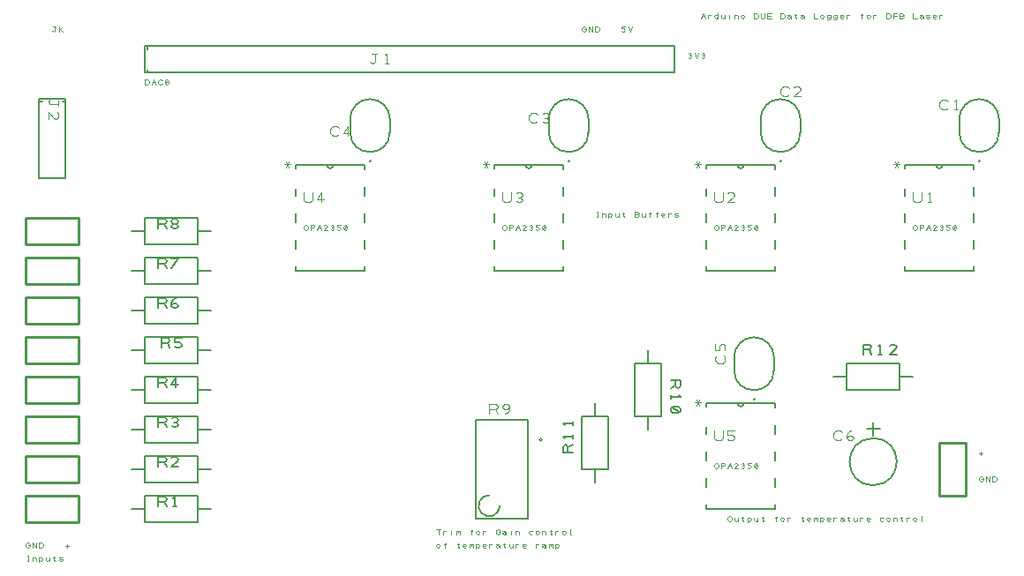
<source format=gto>
%FSLAX23Y23*%
%MOIN*%
G04 EasyPC Gerber Version 18.0.6 Build 3620 *
%ADD10C,0.00100*%
%ADD12C,0.00300*%
%ADD14C,0.00500*%
%ADD11C,0.00600*%
%ADD13C,0.01000*%
X0Y0D02*
D02*
D10*
X239Y55D02*
X245D01*
X242D02*
Y74D01*
X239D02*
X245D01*
X259Y55D02*
Y67D01*
Y63D02*
X261Y66D01*
X264Y67*
X267*
X270Y66*
X272Y63*
Y55*
X284Y67D02*
Y50D01*
Y60D02*
X286Y56D01*
X289Y55*
X292*
X295Y56*
X297Y60*
Y63*
X295Y66*
X292Y67*
X289*
X286Y66*
X284Y63*
Y60*
X309Y67D02*
Y60D01*
X311Y56*
X314Y55*
X317*
X320Y56*
X322Y60*
Y67D02*
Y55D01*
X338Y67D02*
X344D01*
X341Y70D02*
Y56D01*
X342Y55*
X344*
X345Y56*
X359D02*
X363Y55D01*
X369*
X372Y56*
Y60*
X369Y61*
X363*
X359Y63*
Y66*
X363Y67*
X369*
X372Y66*
X245Y113D02*
X250D01*
Y111*
X248Y108*
X247Y106*
X244Y105*
X241*
X238Y106*
X236Y108*
X234Y111*
Y117*
X236Y120*
X238Y122*
X241Y124*
X244*
X247Y122*
X248Y120*
X250Y117*
X259Y105D02*
Y124D01*
X275Y105*
Y124*
X284Y105D02*
Y124D01*
X294*
X297Y122*
X298Y120*
X300Y117*
Y111*
X298Y108*
X297Y106*
X294Y105*
X284*
X334Y2058D02*
X336Y2056D01*
X339Y2055*
X342Y2056*
X344Y2058*
Y2074*
X347*
X344D02*
X338D01*
X359Y2055D02*
Y2074D01*
Y2064D02*
X364D01*
X375Y2074*
X364Y2064D02*
X375Y2055D01*
X384Y111D02*
X397D01*
X391Y105D02*
Y117D01*
X684Y1855D02*
Y1874D01*
X694*
X697Y1872*
X698Y1870*
X700Y1867*
Y1861*
X698Y1858*
X697Y1856*
X694Y1855*
X684*
X709D02*
X717Y1874D01*
X725Y1855*
X713Y1863D02*
X722D01*
X750Y1858D02*
X748Y1856D01*
X745Y1855*
X741*
X738Y1856*
X736Y1858*
X734Y1861*
Y1867*
X736Y1870*
X738Y1872*
X741Y1874*
X745*
X748Y1872*
X750Y1870*
X761Y1856D02*
X764Y1855D01*
X767*
X770Y1856*
X772Y1860*
Y1869*
X770Y1872*
X767Y1874*
X764*
X761Y1872*
X759Y1869*
Y1860*
X761Y1856*
X770Y1872*
X1284Y1311D02*
Y1317D01*
X1286Y1320*
X1288Y1322*
X1291Y1324*
X1294*
X1297Y1322*
X1298Y1320*
X1300Y1317*
Y1311*
X1298Y1308*
X1297Y1306*
X1294Y1305*
X1291*
X1288Y1306*
X1286Y1308*
X1284Y1311*
X1309Y1305D02*
Y1324D01*
X1320*
X1323Y1322*
X1325Y1319*
X1323Y1316*
X1320Y1314*
X1309*
X1334Y1305D02*
X1342Y1324D01*
X1350Y1305*
X1338Y1313D02*
X1347D01*
X1372Y1305D02*
X1359D01*
X1370Y1316*
X1372Y1319*
X1370Y1322*
X1367Y1324*
X1363*
X1359Y1322*
X1386Y1306D02*
X1389Y1305D01*
X1392*
X1395Y1306*
X1397Y1310*
X1395Y1313*
X1392Y1314*
X1389*
X1392D02*
X1395Y1316D01*
X1397Y1319*
X1395Y1322*
X1392Y1324*
X1389*
X1386Y1322*
X1409Y1306D02*
X1413Y1305D01*
X1417*
X1420Y1306*
X1422Y1310*
Y1311*
X1420Y1314*
X1417Y1316*
X1409*
Y1324*
X1422*
X1436Y1306D02*
X1439Y1305D01*
X1442*
X1445Y1306*
X1447Y1310*
Y1319*
X1445Y1322*
X1442Y1324*
X1439*
X1436Y1322*
X1434Y1319*
Y1310*
X1436Y1306*
X1445Y1322*
X1784Y110D02*
X1786Y106D01*
X1789Y105*
X1792*
X1795Y106*
X1797Y110*
Y113*
X1795Y116*
X1792Y117*
X1789*
X1786Y116*
X1784Y113*
Y110*
X1816Y105D02*
Y120D01*
X1817Y122*
X1819*
X1820Y120*
X1813Y116D02*
X1819D01*
X1863Y117D02*
X1869D01*
X1866Y120D02*
Y106D01*
X1867Y105*
X1869*
X1870Y106*
X1897D02*
X1895Y105D01*
X1892*
X1889*
X1886Y106*
X1884Y110*
Y114*
X1886Y116*
X1889Y117*
X1892*
X1895Y116*
X1897Y114*
Y113*
X1895Y111*
X1892Y110*
X1889*
X1886Y111*
X1884Y113*
X1909Y105D02*
Y117D01*
Y116D02*
X1911Y117D01*
X1914*
X1916Y116*
Y111*
Y116D02*
X1917Y117D01*
X1920*
X1922Y116*
Y105*
X1934Y117D02*
Y100D01*
Y110D02*
X1936Y106D01*
X1939Y105*
X1942*
X1945Y106*
X1947Y110*
Y113*
X1945Y116*
X1942Y117*
X1939*
X1936Y116*
X1934Y113*
Y110*
X1972Y106D02*
X1970Y105D01*
X1967*
X1964*
X1961Y106*
X1959Y110*
Y114*
X1961Y116*
X1964Y117*
X1967*
X1970Y116*
X1972Y114*
Y113*
X1970Y111*
X1967Y110*
X1964*
X1961Y111*
X1959Y113*
X1984Y105D02*
Y117D01*
Y113D02*
X1986Y116D01*
X1989Y117*
X1992*
X1995Y116*
X2009D02*
X2013Y117D01*
X2017*
X2020Y116*
X2022Y113*
Y108*
X2020Y106*
X2017Y105*
X2014*
X2011Y106*
X2009Y108*
Y110*
X2011Y111*
X2014Y113*
X2017*
X2020Y111*
X2022Y110*
Y108D02*
Y105D01*
X2038Y117D02*
X2044D01*
X2041Y120D02*
Y106D01*
X2042Y105*
X2044*
X2045Y106*
X2059Y117D02*
Y110D01*
X2061Y106*
X2064Y105*
X2067*
X2070Y106*
X2072Y110*
Y117D02*
Y105D01*
X2084D02*
Y117D01*
Y113D02*
X2086Y116D01*
X2089Y117*
X2092*
X2095Y116*
X2122Y106D02*
X2120Y105D01*
X2117*
X2114*
X2111Y106*
X2109Y110*
Y114*
X2111Y116*
X2114Y117*
X2117*
X2120Y116*
X2122Y114*
Y113*
X2120Y111*
X2117Y110*
X2114*
X2111Y111*
X2109Y113*
X2159Y105D02*
Y117D01*
Y113D02*
X2161Y116D01*
X2164Y117*
X2167*
X2170Y116*
X2184D02*
X2188Y117D01*
X2192*
X2195Y116*
X2197Y113*
Y108*
X2195Y106*
X2192Y105*
X2189*
X2186Y106*
X2184Y108*
Y110*
X2186Y111*
X2189Y113*
X2192*
X2195Y111*
X2197Y110*
Y108D02*
Y105D01*
X2209D02*
Y117D01*
Y116D02*
X2211Y117D01*
X2214*
X2216Y116*
Y111*
Y116D02*
X2217Y117D01*
X2220*
X2222Y116*
Y105*
X2234Y117D02*
Y100D01*
Y110D02*
X2236Y106D01*
X2239Y105*
X2242*
X2245Y106*
X2247Y110*
Y113*
X2245Y116*
X2242Y117*
X2239*
X2236Y116*
X2234Y113*
Y110*
X1792Y155D02*
Y174D01*
X1784D02*
X1800D01*
X1809Y155D02*
Y167D01*
Y163D02*
X1811Y166D01*
X1814Y167*
X1817*
X1820Y166*
X1841Y155D02*
Y167D01*
Y172D02*
X1859Y155*
Y167D01*
Y166D02*
X1861Y167D01*
X1864*
X1866Y166*
Y161*
Y166D02*
X1867Y167D01*
X1870*
X1872Y166*
Y155*
X1916D02*
Y170D01*
X1917Y172*
X1919*
X1920Y170*
X1913Y166D02*
X1919D01*
X1934Y160D02*
X1936Y156D01*
X1939Y155*
X1942*
X1945Y156*
X1947Y160*
Y163*
X1945Y166*
X1942Y167*
X1939*
X1936Y166*
X1934Y163*
Y160*
X1959Y155D02*
Y167D01*
Y163D02*
X1961Y166D01*
X1964Y167*
X1967*
X1970Y166*
X2020Y163D02*
X2025D01*
Y161*
X2023Y158*
X2022Y156*
X2019Y155*
X2016*
X2013Y156*
X2011Y158*
X2009Y161*
Y167*
X2011Y170*
X2013Y172*
X2016Y174*
X2019*
X2022Y172*
X2023Y170*
X2025Y167*
X2034Y166D02*
X2038Y167D01*
X2042*
X2045Y166*
X2047Y163*
Y158*
X2045Y156*
X2042Y155*
X2039*
X2036Y156*
X2034Y158*
Y160*
X2036Y161*
X2039Y163*
X2042*
X2045Y161*
X2047Y160*
Y158D02*
Y155D01*
X2066D02*
Y167D01*
Y172D02*
X2084Y155*
Y167D01*
Y163D02*
X2086Y166D01*
X2089Y167*
X2092*
X2095Y166*
X2097Y163*
Y155*
X2147Y166D02*
X2144Y167D01*
X2139*
X2136Y166*
X2134Y163*
Y160*
X2136Y156*
X2139Y155*
X2144*
X2147Y156*
X2159Y160D02*
X2161Y156D01*
X2164Y155*
X2167*
X2170Y156*
X2172Y160*
Y163*
X2170Y166*
X2167Y167*
X2164*
X2161Y166*
X2159Y163*
Y160*
X2184Y155D02*
Y167D01*
Y163D02*
X2186Y166D01*
X2189Y167*
X2192*
X2195Y166*
X2197Y163*
Y155*
X2213Y167D02*
X2219D01*
X2216Y170D02*
Y156D01*
X2217Y155*
X2219*
X2220Y156*
X2234Y155D02*
Y167D01*
Y163D02*
X2236Y166D01*
X2239Y167*
X2242*
X2245Y166*
X2259Y160D02*
X2261Y156D01*
X2264Y155*
X2267*
X2270Y156*
X2272Y160*
Y163*
X2270Y166*
X2267Y167*
X2264*
X2261Y166*
X2259Y163*
Y160*
X2292Y155D02*
X2291D01*
Y174*
X2034Y1311D02*
Y1317D01*
X2036Y1320*
X2038Y1322*
X2041Y1324*
X2044*
X2047Y1322*
X2048Y1320*
X2050Y1317*
Y1311*
X2048Y1308*
X2047Y1306*
X2044Y1305*
X2041*
X2038Y1306*
X2036Y1308*
X2034Y1311*
X2059Y1305D02*
Y1324D01*
X2070*
X2073Y1322*
X2075Y1319*
X2073Y1316*
X2070Y1314*
X2059*
X2084Y1305D02*
X2092Y1324D01*
X2100Y1305*
X2088Y1313D02*
X2097D01*
X2122Y1305D02*
X2109D01*
X2120Y1316*
X2122Y1319*
X2120Y1322*
X2117Y1324*
X2113*
X2109Y1322*
X2136Y1306D02*
X2139Y1305D01*
X2142*
X2145Y1306*
X2147Y1310*
X2145Y1313*
X2142Y1314*
X2139*
X2142D02*
X2145Y1316D01*
X2147Y1319*
X2145Y1322*
X2142Y1324*
X2139*
X2136Y1322*
X2159Y1306D02*
X2163Y1305D01*
X2167*
X2170Y1306*
X2172Y1310*
Y1311*
X2170Y1314*
X2167Y1316*
X2159*
Y1324*
X2172*
X2186Y1306D02*
X2189Y1305D01*
X2192*
X2195Y1306*
X2197Y1310*
Y1319*
X2195Y1322*
X2192Y1324*
X2189*
X2186Y1322*
X2184Y1319*
Y1310*
X2186Y1306*
X2195Y1322*
X2345Y2063D02*
X2350D01*
Y2061*
X2348Y2058*
X2347Y2056*
X2344Y2055*
X2341*
X2338Y2056*
X2336Y2058*
X2334Y2061*
Y2067*
X2336Y2070*
X2338Y2072*
X2341Y2074*
X2344*
X2347Y2072*
X2348Y2070*
X2350Y2067*
X2359Y2055D02*
Y2074D01*
X2375Y2055*
Y2074*
X2384Y2055D02*
Y2074D01*
X2394*
X2397Y2072*
X2398Y2070*
X2400Y2067*
Y2061*
X2398Y2058*
X2397Y2056*
X2394Y2055*
X2384*
X2389Y1355D02*
X2395D01*
X2392D02*
Y1374D01*
X2389D02*
X2395D01*
X2409Y1355D02*
Y1367D01*
Y1363D02*
X2411Y1366D01*
X2414Y1367*
X2417*
X2420Y1366*
X2422Y1363*
Y1355*
X2434Y1367D02*
Y1350D01*
Y1360D02*
X2436Y1356D01*
X2439Y1355*
X2442*
X2445Y1356*
X2447Y1360*
Y1363*
X2445Y1366*
X2442Y1367*
X2439*
X2436Y1366*
X2434Y1363*
Y1360*
X2459Y1367D02*
Y1360D01*
X2461Y1356*
X2464Y1355*
X2467*
X2470Y1356*
X2472Y1360*
Y1367D02*
Y1355D01*
X2488Y1367D02*
X2494D01*
X2491Y1370D02*
Y1356D01*
X2492Y1355*
X2494*
X2495Y1356*
X2545Y1364D02*
X2548Y1363D01*
X2550Y1360*
X2548Y1356*
X2545Y1355*
X2534*
Y1374*
X2545*
X2548Y1372*
X2550Y1369*
X2548Y1366*
X2545Y1364*
X2534*
X2559Y1367D02*
Y1360D01*
X2561Y1356*
X2564Y1355*
X2567*
X2570Y1356*
X2572Y1360*
Y1367D02*
Y1355D01*
X2591D02*
Y1370D01*
X2592Y1372*
X2594*
X2595Y1370*
X2588Y1366D02*
X2594D01*
X2616Y1355D02*
Y1370D01*
X2617Y1372*
X2619*
X2620Y1370*
X2613Y1366D02*
X2619D01*
X2647Y1356D02*
X2645Y1355D01*
X2642*
X2639*
X2636Y1356*
X2634Y1360*
Y1364*
X2636Y1366*
X2639Y1367*
X2642*
X2645Y1366*
X2647Y1364*
Y1363*
X2645Y1361*
X2642Y1360*
X2639*
X2636Y1361*
X2634Y1363*
X2659Y1355D02*
Y1367D01*
Y1363D02*
X2661Y1366D01*
X2664Y1367*
X2667*
X2670Y1366*
X2684Y1356D02*
X2688Y1355D01*
X2694*
X2697Y1356*
Y1360*
X2694Y1361*
X2688*
X2684Y1363*
Y1366*
X2688Y1367*
X2694*
X2697Y1366*
X2484Y2056D02*
X2488Y2055D01*
X2492*
X2495Y2056*
X2497Y2060*
Y2061*
X2495Y2064*
X2492Y2066*
X2484*
Y2074*
X2497*
X2509D02*
X2517Y2055D01*
X2525Y2074*
X2736Y1956D02*
X2739Y1955D01*
X2742*
X2745Y1956*
X2747Y1960*
X2745Y1963*
X2742Y1964*
X2739*
X2742D02*
X2745Y1966D01*
X2747Y1969*
X2745Y1972*
X2742Y1974*
X2739*
X2736Y1972*
X2759Y1974D02*
X2767Y1955D01*
X2775Y1974*
X2786Y1956D02*
X2789Y1955D01*
X2792*
X2795Y1956*
X2797Y1960*
X2795Y1963*
X2792Y1964*
X2789*
X2792D02*
X2795Y1966D01*
X2797Y1969*
X2795Y1972*
X2792Y1974*
X2789*
X2786Y1972*
X2784Y2105D02*
X2792Y2124D01*
X2800Y2105*
X2788Y2113D02*
X2797D01*
X2809Y2105D02*
Y2117D01*
Y2113D02*
X2811Y2116D01*
X2814Y2117*
X2817*
X2820Y2116*
X2847Y2113D02*
X2845Y2116D01*
X2842Y2117*
X2839*
X2836Y2116*
X2834Y2113*
Y2110*
X2836Y2106*
X2839Y2105*
X2842*
X2845Y2106*
X2847Y2110*
Y2105D02*
Y2124D01*
X2859Y2117D02*
Y2110D01*
X2861Y2106*
X2864Y2105*
X2867*
X2870Y2106*
X2872Y2110*
Y2117D02*
Y2105D01*
X2891D02*
Y2117D01*
Y2122D02*
X2909Y2105*
Y2117D01*
Y2113D02*
X2911Y2116D01*
X2914Y2117*
X2917*
X2920Y2116*
X2922Y2113*
Y2105*
X2934Y2110D02*
X2936Y2106D01*
X2939Y2105*
X2942*
X2945Y2106*
X2947Y2110*
Y2113*
X2945Y2116*
X2942Y2117*
X2939*
X2936Y2116*
X2934Y2113*
Y2110*
X2984Y2105D02*
Y2124D01*
X2994*
X2997Y2122*
X2998Y2120*
X3000Y2117*
Y2111*
X2998Y2108*
X2997Y2106*
X2994Y2105*
X2984*
X3009Y2124D02*
Y2110D01*
X3011Y2106*
X3014Y2105*
X3020*
X3023Y2106*
X3025Y2110*
Y2124*
X3034Y2105D02*
Y2124D01*
X3050*
X3047Y2114D02*
X3034D01*
Y2105D02*
X3050D01*
X3084D02*
Y2124D01*
X3094*
X3097Y2122*
X3098Y2120*
X3100Y2117*
Y2111*
X3098Y2108*
X3097Y2106*
X3094Y2105*
X3084*
X3109Y2116D02*
X3113Y2117D01*
X3117*
X3120Y2116*
X3122Y2113*
Y2108*
X3120Y2106*
X3117Y2105*
X3114*
X3111Y2106*
X3109Y2108*
Y2110*
X3111Y2111*
X3114Y2113*
X3117*
X3120Y2111*
X3122Y2110*
Y2108D02*
Y2105D01*
X3138Y2117D02*
X3144D01*
X3141Y2120D02*
Y2106D01*
X3142Y2105*
X3144*
X3145Y2106*
X3159Y2116D02*
X3163Y2117D01*
X3167*
X3170Y2116*
X3172Y2113*
Y2108*
X3170Y2106*
X3167Y2105*
X3164*
X3161Y2106*
X3159Y2108*
Y2110*
X3161Y2111*
X3164Y2113*
X3167*
X3170Y2111*
X3172Y2110*
Y2108D02*
Y2105D01*
X3209Y2124D02*
Y2105D01*
X3225*
X3234Y2110D02*
X3236Y2106D01*
X3239Y2105*
X3242*
X3245Y2106*
X3247Y2110*
Y2113*
X3245Y2116*
X3242Y2117*
X3239*
X3236Y2116*
X3234Y2113*
Y2110*
X3272Y2113D02*
X3270Y2116D01*
X3267Y2117*
X3264*
X3261Y2116*
X3259Y2113*
Y2111*
X3261Y2108*
X3264Y2106*
X3267*
X3270Y2108*
X3272Y2111*
Y2117D02*
Y2105D01*
X3270Y2102*
X3267Y2100*
X3263*
X3259Y2102*
X3297Y2113D02*
X3295Y2116D01*
X3292Y2117*
X3289*
X3286Y2116*
X3284Y2113*
Y2111*
X3286Y2108*
X3289Y2106*
X3292*
X3295Y2108*
X3297Y2111*
Y2117D02*
Y2105D01*
X3295Y2102*
X3292Y2100*
X3288*
X3284Y2102*
X3322Y2106D02*
X3320Y2105D01*
X3317*
X3314*
X3311Y2106*
X3309Y2110*
Y2114*
X3311Y2116*
X3314Y2117*
X3317*
X3320Y2116*
X3322Y2114*
Y2113*
X3320Y2111*
X3317Y2110*
X3314*
X3311Y2111*
X3309Y2113*
X3334Y2105D02*
Y2117D01*
Y2113D02*
X3336Y2116D01*
X3339Y2117*
X3342*
X3345Y2116*
X3391Y2105D02*
Y2120D01*
X3392Y2122*
X3394*
X3395Y2120*
X3388Y2116D02*
X3394D01*
X3409Y2110D02*
X3411Y2106D01*
X3414Y2105*
X3417*
X3420Y2106*
X3422Y2110*
Y2113*
X3420Y2116*
X3417Y2117*
X3414*
X3411Y2116*
X3409Y2113*
Y2110*
X3434Y2105D02*
Y2117D01*
Y2113D02*
X3436Y2116D01*
X3439Y2117*
X3442*
X3445Y2116*
X3484Y2105D02*
Y2124D01*
X3494*
X3497Y2122*
X3498Y2120*
X3500Y2117*
Y2111*
X3498Y2108*
X3497Y2106*
X3494Y2105*
X3484*
X3509D02*
Y2124D01*
X3525*
X3522Y2114D02*
X3509D01*
X3545D02*
X3548Y2113D01*
X3550Y2110*
X3548Y2106*
X3545Y2105*
X3534*
Y2124*
X3545*
X3548Y2122*
X3550Y2119*
X3548Y2116*
X3545Y2114*
X3534*
X3584Y2124D02*
Y2105D01*
X3600*
X3609Y2116D02*
X3613Y2117D01*
X3617*
X3620Y2116*
X3622Y2113*
Y2108*
X3620Y2106*
X3617Y2105*
X3614*
X3611Y2106*
X3609Y2108*
Y2110*
X3611Y2111*
X3614Y2113*
X3617*
X3620Y2111*
X3622Y2110*
Y2108D02*
Y2105D01*
X3634Y2106D02*
X3638Y2105D01*
X3644*
X3647Y2106*
Y2110*
X3644Y2111*
X3638*
X3634Y2113*
Y2116*
X3638Y2117*
X3644*
X3647Y2116*
X3672Y2106D02*
X3670Y2105D01*
X3667*
X3664*
X3661Y2106*
X3659Y2110*
Y2114*
X3661Y2116*
X3664Y2117*
X3667*
X3670Y2116*
X3672Y2114*
Y2113*
X3670Y2111*
X3667Y2110*
X3664*
X3661Y2111*
X3659Y2113*
X3684Y2105D02*
Y2117D01*
Y2113D02*
X3686Y2116D01*
X3689Y2117*
X3692*
X3695Y2116*
X2834Y411D02*
Y417D01*
X2836Y420*
X2838Y422*
X2841Y424*
X2844*
X2847Y422*
X2848Y420*
X2850Y417*
Y411*
X2848Y408*
X2847Y406*
X2844Y405*
X2841*
X2838Y406*
X2836Y408*
X2834Y411*
X2859Y405D02*
Y424D01*
X2870*
X2873Y422*
X2875Y419*
X2873Y416*
X2870Y414*
X2859*
X2884Y405D02*
X2892Y424D01*
X2900Y405*
X2888Y413D02*
X2897D01*
X2922Y405D02*
X2909D01*
X2920Y416*
X2922Y419*
X2920Y422*
X2917Y424*
X2913*
X2909Y422*
X2936Y406D02*
X2939Y405D01*
X2942*
X2945Y406*
X2947Y410*
X2945Y413*
X2942Y414*
X2939*
X2942D02*
X2945Y416D01*
X2947Y419*
X2945Y422*
X2942Y424*
X2939*
X2936Y422*
X2959Y406D02*
X2963Y405D01*
X2967*
X2970Y406*
X2972Y410*
Y411*
X2970Y414*
X2967Y416*
X2959*
Y424*
X2972*
X2986Y406D02*
X2989Y405D01*
X2992*
X2995Y406*
X2997Y410*
Y419*
X2995Y422*
X2992Y424*
X2989*
X2986Y422*
X2984Y419*
Y410*
X2986Y406*
X2995Y422*
X2834Y1311D02*
Y1317D01*
X2836Y1320*
X2838Y1322*
X2841Y1324*
X2844*
X2847Y1322*
X2848Y1320*
X2850Y1317*
Y1311*
X2848Y1308*
X2847Y1306*
X2844Y1305*
X2841*
X2838Y1306*
X2836Y1308*
X2834Y1311*
X2859Y1305D02*
Y1324D01*
X2870*
X2873Y1322*
X2875Y1319*
X2873Y1316*
X2870Y1314*
X2859*
X2884Y1305D02*
X2892Y1324D01*
X2900Y1305*
X2888Y1313D02*
X2897D01*
X2922Y1305D02*
X2909D01*
X2920Y1316*
X2922Y1319*
X2920Y1322*
X2917Y1324*
X2913*
X2909Y1322*
X2936Y1306D02*
X2939Y1305D01*
X2942*
X2945Y1306*
X2947Y1310*
X2945Y1313*
X2942Y1314*
X2939*
X2942D02*
X2945Y1316D01*
X2947Y1319*
X2945Y1322*
X2942Y1324*
X2939*
X2936Y1322*
X2959Y1306D02*
X2963Y1305D01*
X2967*
X2970Y1306*
X2972Y1310*
Y1311*
X2970Y1314*
X2967Y1316*
X2959*
Y1324*
X2972*
X2986Y1306D02*
X2989Y1305D01*
X2992*
X2995Y1306*
X2997Y1310*
Y1319*
X2995Y1322*
X2992Y1324*
X2989*
X2986Y1322*
X2984Y1319*
Y1310*
X2986Y1306*
X2995Y1322*
X2884Y211D02*
Y217D01*
X2886Y220*
X2888Y222*
X2891Y224*
X2894*
X2897Y222*
X2898Y220*
X2900Y217*
Y211*
X2898Y208*
X2897Y206*
X2894Y205*
X2891*
X2888Y206*
X2886Y208*
X2884Y211*
X2909Y217D02*
Y210D01*
X2911Y206*
X2914Y205*
X2917*
X2920Y206*
X2922Y210*
Y217D02*
Y205D01*
X2938Y217D02*
X2944D01*
X2941Y220D02*
Y206D01*
X2942Y205*
X2944*
X2945Y206*
X2959Y217D02*
Y200D01*
Y210D02*
X2961Y206D01*
X2964Y205*
X2967*
X2970Y206*
X2972Y210*
Y213*
X2970Y216*
X2967Y217*
X2964*
X2961Y216*
X2959Y213*
Y210*
X2984Y217D02*
Y210D01*
X2986Y206*
X2989Y205*
X2992*
X2995Y206*
X2997Y210*
Y217D02*
Y205D01*
X3013Y217D02*
X3019D01*
X3016Y220D02*
Y206D01*
X3017Y205*
X3019*
X3020Y206*
X3066Y205D02*
Y220D01*
X3067Y222*
X3069*
X3070Y220*
X3063Y216D02*
X3069D01*
X3084Y210D02*
X3086Y206D01*
X3089Y205*
X3092*
X3095Y206*
X3097Y210*
Y213*
X3095Y216*
X3092Y217*
X3089*
X3086Y216*
X3084Y213*
Y210*
X3109Y205D02*
Y217D01*
Y213D02*
X3111Y216D01*
X3114Y217*
X3117*
X3120Y216*
X3163Y217D02*
X3169D01*
X3166Y220D02*
Y206D01*
X3167Y205*
X3169*
X3170Y206*
X3197D02*
X3195Y205D01*
X3192*
X3189*
X3186Y206*
X3184Y210*
Y214*
X3186Y216*
X3189Y217*
X3192*
X3195Y216*
X3197Y214*
Y213*
X3195Y211*
X3192Y210*
X3189*
X3186Y211*
X3184Y213*
X3209Y205D02*
Y217D01*
Y216D02*
X3211Y217D01*
X3214*
X3216Y216*
Y211*
Y216D02*
X3217Y217D01*
X3220*
X3222Y216*
Y205*
X3234Y217D02*
Y200D01*
Y210D02*
X3236Y206D01*
X3239Y205*
X3242*
X3245Y206*
X3247Y210*
Y213*
X3245Y216*
X3242Y217*
X3239*
X3236Y216*
X3234Y213*
Y210*
X3272Y206D02*
X3270Y205D01*
X3267*
X3264*
X3261Y206*
X3259Y210*
Y214*
X3261Y216*
X3264Y217*
X3267*
X3270Y216*
X3272Y214*
Y213*
X3270Y211*
X3267Y210*
X3264*
X3261Y211*
X3259Y213*
X3284Y205D02*
Y217D01*
Y213D02*
X3286Y216D01*
X3289Y217*
X3292*
X3295Y216*
X3309D02*
X3313Y217D01*
X3317*
X3320Y216*
X3322Y213*
Y208*
X3320Y206*
X3317Y205*
X3314*
X3311Y206*
X3309Y208*
Y210*
X3311Y211*
X3314Y213*
X3317*
X3320Y211*
X3322Y210*
Y208D02*
Y205D01*
X3338Y217D02*
X3344D01*
X3341Y220D02*
Y206D01*
X3342Y205*
X3344*
X3345Y206*
X3359Y217D02*
Y210D01*
X3361Y206*
X3364Y205*
X3367*
X3370Y206*
X3372Y210*
Y217D02*
Y205D01*
X3384D02*
Y217D01*
Y213D02*
X3386Y216D01*
X3389Y217*
X3392*
X3395Y216*
X3422Y206D02*
X3420Y205D01*
X3417*
X3414*
X3411Y206*
X3409Y210*
Y214*
X3411Y216*
X3414Y217*
X3417*
X3420Y216*
X3422Y214*
Y213*
X3420Y211*
X3417Y210*
X3414*
X3411Y211*
X3409Y213*
X3472Y216D02*
X3469Y217D01*
X3464*
X3461Y216*
X3459Y213*
Y210*
X3461Y206*
X3464Y205*
X3469*
X3472Y206*
X3484Y210D02*
X3486Y206D01*
X3489Y205*
X3492*
X3495Y206*
X3497Y210*
Y213*
X3495Y216*
X3492Y217*
X3489*
X3486Y216*
X3484Y213*
Y210*
X3509Y205D02*
Y217D01*
Y213D02*
X3511Y216D01*
X3514Y217*
X3517*
X3520Y216*
X3522Y213*
Y205*
X3538Y217D02*
X3544D01*
X3541Y220D02*
Y206D01*
X3542Y205*
X3544*
X3545Y206*
X3559Y205D02*
Y217D01*
Y213D02*
X3561Y216D01*
X3564Y217*
X3567*
X3570Y216*
X3584Y210D02*
X3586Y206D01*
X3589Y205*
X3592*
X3595Y206*
X3597Y210*
Y213*
X3595Y216*
X3592Y217*
X3589*
X3586Y216*
X3584Y213*
Y210*
X3617Y205D02*
X3616D01*
Y224*
X3584Y1311D02*
Y1317D01*
X3586Y1320*
X3588Y1322*
X3591Y1324*
X3594*
X3597Y1322*
X3598Y1320*
X3600Y1317*
Y1311*
X3598Y1308*
X3597Y1306*
X3594Y1305*
X3591*
X3588Y1306*
X3586Y1308*
X3584Y1311*
X3609Y1305D02*
Y1324D01*
X3620*
X3623Y1322*
X3625Y1319*
X3623Y1316*
X3620Y1314*
X3609*
X3634Y1305D02*
X3642Y1324D01*
X3650Y1305*
X3638Y1313D02*
X3647D01*
X3672Y1305D02*
X3659D01*
X3670Y1316*
X3672Y1319*
X3670Y1322*
X3667Y1324*
X3663*
X3659Y1322*
X3686Y1306D02*
X3689Y1305D01*
X3692*
X3695Y1306*
X3697Y1310*
X3695Y1313*
X3692Y1314*
X3689*
X3692D02*
X3695Y1316D01*
X3697Y1319*
X3695Y1322*
X3692Y1324*
X3689*
X3686Y1322*
X3709Y1306D02*
X3713Y1305D01*
X3717*
X3720Y1306*
X3722Y1310*
Y1311*
X3720Y1314*
X3717Y1316*
X3709*
Y1324*
X3722*
X3736Y1306D02*
X3739Y1305D01*
X3742*
X3745Y1306*
X3747Y1310*
Y1319*
X3745Y1322*
X3742Y1324*
X3739*
X3736Y1322*
X3734Y1319*
Y1310*
X3736Y1306*
X3745Y1322*
X3845Y363D02*
X3850D01*
Y361*
X3848Y358*
X3847Y356*
X3844Y355*
X3841*
X3838Y356*
X3836Y358*
X3834Y361*
Y367*
X3836Y370*
X3838Y372*
X3841Y374*
X3844*
X3847Y372*
X3848Y370*
X3850Y367*
X3859Y355D02*
Y374D01*
X3875Y355*
Y374*
X3884Y355D02*
Y374D01*
X3894*
X3897Y372*
X3898Y370*
X3900Y367*
Y361*
X3898Y358*
X3897Y356*
X3894Y355*
X3884*
X3834Y461D02*
X3847D01*
X3841Y455D02*
Y467D01*
D02*
D11*
X284Y1800D02*
Y1500D01*
X384*
Y1800*
X296Y1790D02*
X284D01*
Y1800*
X384*
Y1790*
X373*
X684Y1900D02*
X2684D01*
Y2000*
X684*
X694Y1912D02*
Y1900D01*
X684*
Y2000*
X694*
Y1989*
X1254Y1267D02*
Y1233D01*
Y1367D02*
Y1333D01*
Y1462D02*
Y1433D01*
X1372Y1550D02*
G75*
G03X1396I12D01*
G01*
X1514Y1167D02*
Y1150D01*
X1254*
Y1167*
X1514Y1233D02*
Y1267D01*
Y1333D02*
Y1367D01*
Y1433D02*
Y1467D01*
Y1533D02*
Y1550D01*
X1254*
Y1539*
X1534Y1568D02*
G75*
G03Y1562J-3D01*
G01*
G75*
G03Y1568J3*
G01*
X1609Y1675D02*
Y1725D01*
G75*
G03X1534Y1800I-75*
G01*
G75*
G03X1459Y1725J-75*
G01*
Y1675*
G75*
G03X1609I75*
G01*
X1984Y303D02*
G75*
G03X2024Y262J-40D01*
G01*
X2004Y1267D02*
Y1233D01*
Y1367D02*
Y1333D01*
Y1462D02*
Y1433D01*
X2122Y1550D02*
G75*
G03X2146I12D01*
G01*
X2129Y213D02*
Y588D01*
X1934*
Y213*
X2129*
X2179Y518D02*
G75*
G03Y508J-5D01*
G01*
G75*
G03Y518J5*
G01*
X2264Y1167D02*
Y1150D01*
X2004*
Y1167*
X2264Y1233D02*
Y1267D01*
Y1333D02*
Y1367D01*
Y1433D02*
Y1467D01*
Y1533D02*
Y1550D01*
X2004*
Y1539*
X2284Y1568D02*
G75*
G03Y1562J-3D01*
G01*
G75*
G03Y1568J3*
G01*
X2359Y1675D02*
Y1725D01*
G75*
G03X2284Y1800I-75*
G01*
G75*
G03X2209Y1725J-75*
G01*
Y1675*
G75*
G03X2359I75*
G01*
X2804Y367D02*
Y333D01*
Y467D02*
Y433D01*
Y562D02*
Y533D01*
Y1267D02*
Y1233D01*
Y1367D02*
Y1333D01*
Y1462D02*
Y1433D01*
X2922Y650D02*
G75*
G03X2946I12D01*
G01*
X2922Y1550D02*
G75*
G03X2946I12D01*
G01*
X2984Y668D02*
G75*
G03Y662J-3D01*
G01*
G75*
G03Y668J3*
G01*
X3059Y775D02*
Y825D01*
G75*
G03X2984Y900I-75*
G01*
G75*
G03X2909Y825J-75*
G01*
Y775*
G75*
G03X3059I75*
G01*
X3064Y267D02*
Y250D01*
X2804*
Y267*
X3064Y333D02*
Y367D01*
Y433D02*
Y467D01*
Y533D02*
Y567D01*
Y633D02*
Y650D01*
X2804*
Y639*
X3064Y1167D02*
Y1150D01*
X2804*
Y1167*
X3064Y1233D02*
Y1267D01*
Y1333D02*
Y1367D01*
Y1433D02*
Y1467D01*
Y1533D02*
Y1550D01*
X2804*
Y1539*
X3084Y1568D02*
G75*
G03Y1562J-3D01*
G01*
G75*
G03Y1568J3*
G01*
X3159Y1675D02*
Y1725D01*
G75*
G03X3084Y1800I-75*
G01*
G75*
G03X3009Y1725J-75*
G01*
Y1675*
G75*
G03X3159I75*
G01*
X3434Y341D02*
G75*
G03Y518J89D01*
G01*
G75*
G03Y341J-89*
G01*
Y578D02*
Y528D01*
X3459Y553D02*
X3409D01*
X3554Y1267D02*
Y1233D01*
Y1367D02*
Y1333D01*
Y1462D02*
Y1433D01*
X3672Y1550D02*
G75*
G03X3696I12D01*
G01*
X3814Y1167D02*
Y1150D01*
X3554*
Y1167*
X3814Y1233D02*
Y1267D01*
Y1333D02*
Y1367D01*
Y1433D02*
Y1467D01*
Y1533D02*
Y1550D01*
X3554*
Y1539*
X3834Y1568D02*
G75*
G03Y1562J-3D01*
G01*
G75*
G03Y1568J3*
G01*
X3909Y1675D02*
Y1725D01*
G75*
G03X3834Y1800I-75*
G01*
G75*
G03X3759Y1725J-75*
G01*
Y1675*
G75*
G03X3909I75*
G01*
D02*
D12*
X325Y1800D02*
X322Y1797D01*
X319Y1791*
X322Y1785*
X325Y1781*
X356*
Y1775*
Y1781D02*
Y1794D01*
X319Y1725D02*
Y1750D01*
X341Y1728*
X347Y1725*
X353Y1728*
X356Y1735*
Y1744*
X353Y1750*
X1209Y1553D02*
X1234D01*
X1216Y1540D02*
X1228Y1565D01*
X1216D02*
X1228Y1540D01*
X1284Y1447D02*
Y1419D01*
X1288Y1413*
X1294Y1410*
X1306*
X1313Y1413*
X1316Y1419*
Y1447*
X1350Y1410D02*
Y1447D01*
X1334Y1422*
X1359*
X1416Y1666D02*
X1413Y1663D01*
X1406Y1660*
X1397*
X1391Y1663*
X1388Y1666*
X1384Y1672*
Y1685*
X1388Y1691*
X1391Y1694*
X1397Y1697*
X1406*
X1413Y1694*
X1416Y1691*
X1450Y1660D02*
Y1697D01*
X1434Y1672*
X1459*
X1534Y1941D02*
X1538Y1938D01*
X1544Y1935*
X1550Y1938*
X1553Y1941*
Y1972*
X1559*
X1553D02*
X1541D01*
X1591Y1935D02*
X1603D01*
X1597D02*
Y1972D01*
X1591Y1966*
X1959Y1553D02*
X1984D01*
X1966Y1540D02*
X1978Y1565D01*
X1966D02*
X1978Y1540D01*
X1984Y610D02*
Y647D01*
X2006*
X2013Y644*
X2016Y638*
X2013Y631*
X2006Y628*
X1984*
X2006D02*
X2016Y610D01*
X2044D02*
X2050Y613D01*
X2056Y619*
X2059Y628*
Y638*
X2056Y644*
X2050Y647*
X2044*
X2038Y644*
X2034Y638*
X2038Y631*
X2044Y628*
X2050*
X2056Y631*
X2059Y638*
X2034Y1447D02*
Y1419D01*
X2038Y1413*
X2044Y1410*
X2056*
X2063Y1413*
X2066Y1419*
Y1447*
X2088Y1413D02*
X2094Y1410D01*
X2100*
X2106Y1413*
X2109Y1419*
X2106Y1425*
X2100Y1428*
X2094*
X2100D02*
X2106Y1431D01*
X2109Y1438*
X2106Y1444*
X2100Y1447*
X2094*
X2088Y1444*
X2166Y1716D02*
X2163Y1713D01*
X2156Y1710*
X2147*
X2141Y1713*
X2138Y1716*
X2134Y1722*
Y1735*
X2138Y1741*
X2141Y1744*
X2147Y1747*
X2156*
X2163Y1744*
X2166Y1741*
X2188Y1713D02*
X2194Y1710D01*
X2200*
X2206Y1713*
X2209Y1719*
X2206Y1725*
X2200Y1728*
X2194*
X2200D02*
X2206Y1731D01*
X2209Y1738*
X2206Y1744*
X2200Y1747*
X2194*
X2188Y1744*
X2759Y653D02*
X2784D01*
X2766Y640D02*
X2778Y665D01*
X2766D02*
X2778Y640D01*
X2759Y1553D02*
X2784D01*
X2766Y1540D02*
X2778Y1565D01*
X2766D02*
X2778Y1540D01*
X2834Y547D02*
Y519D01*
X2838Y513*
X2844Y510*
X2856*
X2863Y513*
X2866Y519*
Y547*
X2884Y513D02*
X2891Y510D01*
X2900*
X2906Y513*
X2909Y519*
Y522*
X2906Y528*
X2900Y531*
X2884*
Y547*
X2909*
X2834Y1447D02*
Y1419D01*
X2838Y1413*
X2844Y1410*
X2856*
X2863Y1413*
X2866Y1419*
Y1447*
X2909Y1410D02*
X2884D01*
X2906Y1431*
X2909Y1438*
X2906Y1444*
X2900Y1447*
X2891*
X2884Y1444*
X2869Y831D02*
X2872Y828D01*
X2875Y822*
Y813*
X2872Y806*
X2869Y803*
X2863Y800*
X2850*
X2844Y803*
X2841Y806*
X2838Y813*
Y822*
X2841Y828*
X2844Y831*
X2872Y850D02*
X2875Y856D01*
Y866*
X2872Y872*
X2866Y875*
X2863*
X2856Y872*
X2853Y866*
Y850*
X2838*
Y875*
X3116Y1816D02*
X3113Y1813D01*
X3106Y1810*
X3097*
X3091Y1813*
X3088Y1816*
X3084Y1822*
Y1835*
X3088Y1841*
X3091Y1844*
X3097Y1847*
X3106*
X3113Y1844*
X3116Y1841*
X3159Y1810D02*
X3134D01*
X3156Y1831*
X3159Y1838*
X3156Y1844*
X3150Y1847*
X3141*
X3134Y1844*
X3316Y516D02*
X3313Y513D01*
X3306Y510*
X3297*
X3291Y513*
X3288Y516*
X3284Y522*
Y535*
X3288Y541*
X3291Y544*
X3297Y547*
X3306*
X3313Y544*
X3316Y541*
X3334Y519D02*
X3338Y525D01*
X3344Y528*
X3350*
X3356Y525*
X3359Y519*
X3356Y513*
X3350Y510*
X3344*
X3338Y513*
X3334Y519*
Y528*
X3338Y538*
X3344Y544*
X3350Y547*
X3509Y1553D02*
X3534D01*
X3516Y1540D02*
X3528Y1565D01*
X3516D02*
X3528Y1540D01*
X3584Y1447D02*
Y1419D01*
X3588Y1413*
X3594Y1410*
X3606*
X3613Y1413*
X3616Y1419*
Y1447*
X3641Y1410D02*
X3653D01*
X3647D02*
Y1447D01*
X3641Y1441*
X3716Y1766D02*
X3713Y1763D01*
X3706Y1760*
X3697*
X3691Y1763*
X3688Y1766*
X3684Y1772*
Y1785*
X3688Y1791*
X3691Y1794*
X3697Y1797*
X3706*
X3713Y1794*
X3716Y1791*
X3741Y1760D02*
X3753D01*
X3747D02*
Y1797D01*
X3741Y1791*
D02*
D13*
X434Y300D02*
X234D01*
Y200*
X434*
Y300*
Y450D02*
X234D01*
Y350*
X434*
Y450*
Y600D02*
X234D01*
Y500*
X434*
Y600*
Y750D02*
X234D01*
Y650*
X434*
Y750*
Y900D02*
X234D01*
Y800*
X434*
Y900*
Y1050D02*
X234D01*
Y950*
X434*
Y1050*
Y1200D02*
X234D01*
Y1100*
X434*
Y1200*
Y1350D02*
X234D01*
Y1250*
X434*
Y1350*
X3684Y500D02*
Y300D01*
X3784*
Y500*
X3684*
D02*
D14*
X634Y250D02*
X684D01*
X634Y400D02*
X684D01*
X634Y550D02*
X684D01*
X634Y700D02*
X684D01*
X634Y850D02*
X684D01*
X634Y1000D02*
X684D01*
X634Y1150D02*
X684D01*
X634Y1300D02*
X684D01*
Y200D02*
Y300D01*
X884*
Y200*
X684*
Y350D02*
Y450D01*
X884*
Y350*
X684*
Y500D02*
Y600D01*
X884*
Y500*
X684*
Y650D02*
Y750D01*
X884*
Y650*
X684*
Y800D02*
Y900D01*
X884*
Y800*
X684*
Y950D02*
Y1050D01*
X884*
Y950*
X684*
Y1100D02*
Y1200D01*
X884*
Y1100*
X684*
Y1250D02*
Y1350D01*
X884*
Y1250*
X684*
X734Y260D02*
Y297D01*
X756*
X763Y294*
X766Y288*
X763Y281*
X756Y278*
X734*
X756D02*
X766Y260D01*
X791D02*
X803D01*
X797D02*
Y297D01*
X791Y291*
X734Y410D02*
Y447D01*
X756*
X763Y444*
X766Y438*
X763Y431*
X756Y428*
X734*
X756D02*
X766Y410D01*
X809D02*
X784D01*
X806Y431*
X809Y438*
X806Y444*
X800Y447*
X791*
X784Y444*
X734Y560D02*
Y597D01*
X756*
X763Y594*
X766Y588*
X763Y581*
X756Y578*
X734*
X756D02*
X766Y560D01*
X788Y563D02*
X794Y560D01*
X800*
X806Y563*
X809Y569*
X806Y575*
X800Y578*
X794*
X800D02*
X806Y581D01*
X809Y588*
X806Y594*
X800Y597*
X794*
X788Y594*
X734Y710D02*
Y747D01*
X756*
X763Y744*
X766Y738*
X763Y731*
X756Y728*
X734*
X756D02*
X766Y710D01*
X800D02*
Y747D01*
X784Y722*
X809*
X734Y1010D02*
Y1047D01*
X756*
X763Y1044*
X766Y1038*
X763Y1031*
X756Y1028*
X734*
X756D02*
X766Y1010D01*
X784Y1019D02*
X788Y1025D01*
X794Y1028*
X800*
X806Y1025*
X809Y1019*
X806Y1013*
X800Y1010*
X794*
X788Y1013*
X784Y1019*
Y1028*
X788Y1038*
X794Y1044*
X800Y1047*
X734Y1160D02*
Y1197D01*
X756*
X763Y1194*
X766Y1188*
X763Y1181*
X756Y1178*
X734*
X756D02*
X766Y1160D01*
X784D02*
X809Y1197D01*
X784*
X734Y1310D02*
Y1347D01*
X756*
X763Y1344*
X766Y1338*
X763Y1331*
X756Y1328*
X734*
X756D02*
X766Y1310D01*
X794Y1328D02*
X800D01*
X806Y1331*
X809Y1338*
X806Y1344*
X800Y1347*
X794*
X788Y1344*
X784Y1338*
X788Y1331*
X794Y1328*
X788Y1325*
X784Y1319*
X788Y1313*
X794Y1310*
X800*
X806Y1313*
X809Y1319*
X806Y1325*
X800Y1328*
X747Y860D02*
Y897D01*
X769*
X775Y894*
X778Y888*
X775Y881*
X769Y878*
X747*
X769D02*
X778Y860D01*
X797Y863D02*
X803Y860D01*
X813*
X819Y863*
X822Y869*
Y872*
X819Y878*
X813Y881*
X797*
Y897*
X822*
X884Y250D02*
X934D01*
X884Y400D02*
X934D01*
X884Y550D02*
X934D01*
X884Y700D02*
X934D01*
X884Y850D02*
X934D01*
X884Y1000D02*
X934D01*
X884Y1150D02*
X934D01*
X884Y1300D02*
X934D01*
X2300Y463D02*
X2263D01*
Y485*
X2266Y491*
X2272Y494*
X2278Y491*
X2281Y485*
Y463*
Y485D02*
X2300Y494D01*
Y519D02*
Y531D01*
Y525D02*
X2263D01*
X2269Y519*
X2300Y569D02*
Y581D01*
Y575D02*
X2263D01*
X2269Y569*
X2384Y350D02*
Y400D01*
Y600D02*
Y650D01*
X2434Y400D02*
X2334D01*
Y600*
X2434*
Y400*
X2534Y800D02*
X2634D01*
Y600*
X2534*
Y800*
X2584Y600D02*
Y550D01*
Y850D02*
Y800D01*
X2669Y738D02*
X2706D01*
Y716*
X2703Y710*
X2697Y706*
X2691Y710*
X2688Y716*
Y738*
Y716D02*
X2669Y706D01*
Y681D02*
Y669D01*
Y675D02*
X2706D01*
X2700Y681*
X2672Y635D02*
X2669Y628D01*
Y622*
X2672Y616*
X2678Y613*
X2697*
X2703Y616*
X2706Y622*
Y628*
X2703Y635*
X2697Y638*
X2678*
X2672Y635*
X2703Y616*
X3284Y750D02*
X3334D01*
Y700D02*
Y800D01*
X3534*
Y700*
X3334*
X3397Y835D02*
Y872D01*
X3419*
X3425Y869*
X3428Y863*
X3425Y856*
X3419Y853*
X3397*
X3419D02*
X3428Y835D01*
X3453D02*
X3466D01*
X3459D02*
Y872D01*
X3453Y866*
X3522Y835D02*
X3497D01*
X3519Y856*
X3522Y863*
X3519Y869*
X3513Y872*
X3503*
X3497Y869*
X3534Y750D02*
X3584D01*
X0Y0D02*
M02*

</source>
